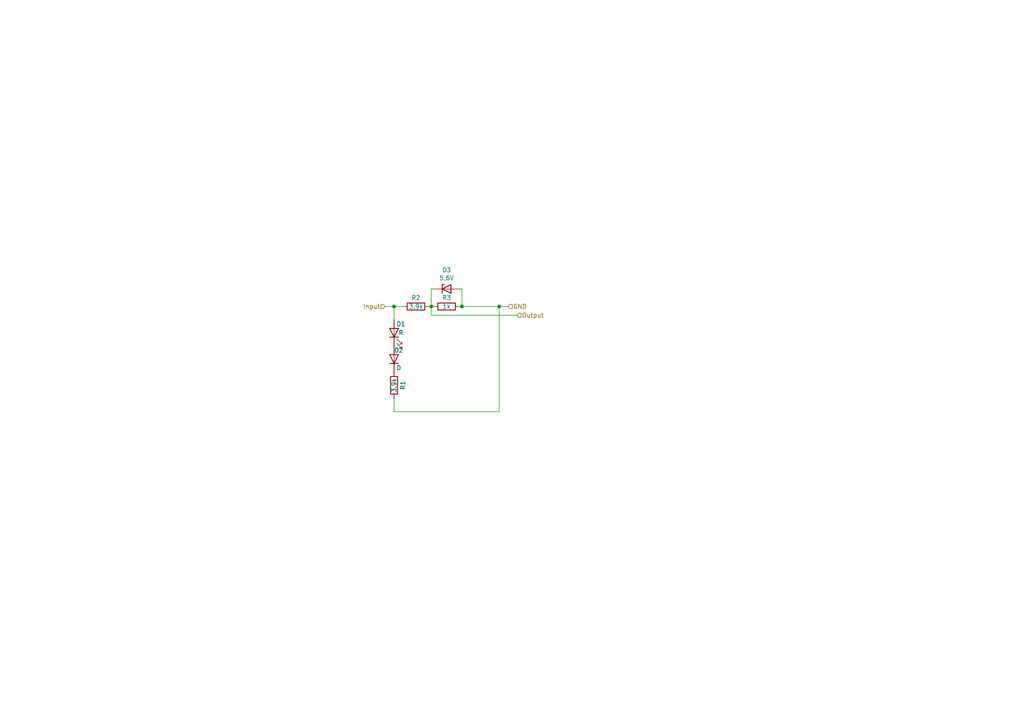
<source format=kicad_sch>
(kicad_sch (version 20211123) (generator eeschema)
  (paper "A4")
  (lib_symbols
    (symbol "Device:D" (pin_numbers hide) (pin_names (offset 1.016) hide)
      (property "Reference" "D" (at 0 2.54 0))
      (property "Value" "D" (at 0 -2.54 0))
      (symbol "D_0_1"
        (polyline (pts (xy -1.27 1.27) (xy -1.27 -1.27)) (stroke (width 0.254)))
        (polyline (pts (xy 1.27 0) (xy -1.27 0)))
        (polyline (pts (xy 1.27 1.27) (xy 1.27 -1.27) (xy -1.27 0) (xy 1.27 1.27)) (stroke (width 0.254)))
      )
      (symbol "D_1_1"
        (pin passive line (at -3.81 0 0) (length 2.54) (name "K") (number "1"))
        (pin passive line (at 3.81 0 180) (length 2.54) (name "A") (number "2"))
      )
    )
    (symbol "Device:D_Zener" (pin_numbers hide) (pin_names (offset 1.016) hide)
      (property "Reference" "D" (at 0 2.54 0))
      (property "Value" "D_Zener" (at 0 -2.54 0))
      (symbol "D_Zener_0_1"
        (polyline (pts (xy 1.27 0) (xy -1.27 0)))
        (polyline (pts (xy -1.27 -1.27) (xy -1.27 1.27) (xy -0.762 1.27)) (stroke (width 0.254)))
        (polyline (pts (xy 1.27 -1.27) (xy 1.27 1.27) (xy -1.27 0) (xy 1.27 -1.27)) (stroke (width 0.254)))
      )
      (symbol "D_Zener_1_1"
        (pin passive line (at -3.81 0 0) (length 2.54) (name "K") (number "1"))
        (pin passive line (at 3.81 0 180) (length 2.54) (name "A") (number "2"))
      )
    )
    (symbol "Device:LED" (pin_numbers hide) (pin_names (offset 1.016) hide)
      (property "Reference" "D" (at 0 2.54 0))
      (property "Value" "LED" (at 0 -2.54 0))
      (symbol "LED_0_1"
        (polyline (pts (xy -1.27 -1.27) (xy -1.27 1.27)) (stroke (width 0.254)))
        (polyline (pts (xy -1.27 0) (xy 1.27 0)))
        (polyline (pts (xy 1.27 -1.27) (xy 1.27 1.27) (xy -1.27 0) (xy 1.27 -1.27)) (stroke (width 0.254)))
        (polyline (pts (xy -3.048 -0.762) (xy -4.572 -2.286) (xy -3.81 -2.286) (xy -4.572 -2.286) (xy -4.572 -1.524)))
        (polyline (pts (xy -1.778 -0.762) (xy -3.302 -2.286) (xy -2.54 -2.286) (xy -3.302 -2.286) (xy -3.302 -1.524)))
      )
      (symbol "LED_1_1"
        (pin passive line (at -3.81 0 0) (length 2.54) (name "K") (number "1"))
        (pin passive line (at 3.81 0 180) (length 2.54) (name "A") (number "2"))
      )
    )
    (symbol "Device:R" (pin_numbers hide) (pin_names (offset 0))
      (property "Reference" "R" (at 2.032 0 90))
      (property "Value" "R" (at 0 0 90))
      (symbol "R_0_1"
        (rectangle (start -1.016 -2.54) (end 1.016 2.54) (stroke (width 0.254)))
      )
      (symbol "R_1_1"
        (pin passive line (at 0 3.81 270) (length 1.27) (name "~") (number "1"))
        (pin passive line (at 0 -3.81 90) (length 1.27) (name "~") (number "2"))
      )
    )
  )
  (junction (at 144.78 88.9))
  (junction (at 133.985 88.9))
  (junction (at 125.095 88.9))
  (junction (at 114.3 88.9))
  (wire (pts (xy 133.985 88.9) (xy 144.78 88.9)))
  (wire (pts (xy 125.095 88.9) (xy 125.095 83.82)))
  (wire (pts (xy 114.3 119.38) (xy 144.78 119.38)))
  (wire (pts (xy 133.985 83.82) (xy 133.985 88.9)))
  (wire (pts (xy 125.095 91.44) (xy 149.86 91.44)))
  (wire (pts (xy 124.46 88.9) (xy 125.095 88.9)))
  (wire (pts (xy 114.3 115.57) (xy 114.3 119.38)))
  (wire (pts (xy 114.3 88.9) (xy 114.3 92.71)))
  (wire (pts (xy 111.76 88.9) (xy 114.3 88.9)))
  (wire (pts (xy 133.35 88.9) (xy 133.985 88.9)))
  (wire (pts (xy 144.78 119.38) (xy 144.78 88.9)))
  (wire (pts (xy 125.095 83.82) (xy 125.73 83.82)))
  (wire (pts (xy 114.3 88.9) (xy 116.84 88.9)))
  (wire (pts (xy 133.35 83.82) (xy 133.985 83.82)))
  (wire (pts (xy 125.095 88.9) (xy 125.095 91.44)))
  (wire (pts (xy 144.78 88.9) (xy 147.32 88.9)))
  (wire (pts (xy 125.095 88.9) (xy 125.73 88.9)))
  (hierarchical_label "Output" (shape input) (at 149.86 91.44 0))
  (hierarchical_label "GND" (shape input) (at 147.32 88.9 0))
  (hierarchical_label "Input" (shape input) (at 111.76 88.9 180))
  (symbol (lib_id "Device:D") (at 114.3 104.14 90) (unit 1)
    (property "Reference" "D2" (at 114.3 101.6 90) (effects (justify right)))
    (property "Value" "D" (at 114.935 106.68 90) (effects (justify right)))
    (property "Footprint" "Diode_SMD:D_SOD-123F" (effects hide))
    (property "Datasheet" "SM4007PL" (effects hide))
    (property "LCSC" "C64898" (effects hide))
    (property "JLC" "SOD-123F" (effects hide))
  )
  (symbol (lib_id "Device:R") (at 114.3 111.76 180) (unit 1)
    (property "Reference" "R1" (at 116.84 111.76 90))
    (property "Value" "3.9k" (at 114.3 111.76 90))
    (property "Footprint" "Resistor_SMD:R_1812_4532Metric" (effects hide))
    (property "Datasheet" "CR1812J3K90E04Z" (effects hide))
    (property "LCSC" "C174870" (effects hide))
    (property "JLC" "1812" (effects hide))
  )
  (symbol (lib_id "Device:LED") (at 114.3 96.52 90) (unit 1)
    (property "Reference" "D1" (at 114.935 93.98 90) (effects (justify right)))
    (property "Value" "R" (at 115.57 96.52 90) (effects (justify right)))
    (property "Footprint" "Diode_SMD:D_0805_2012Metric" (effects hide))
    (property "Datasheet" "FC-2012HRK-620D" (effects hide))
    (property "LCSC" "C84256" (effects hide))
    (property "JLC" "0805" (effects hide))
  )
  (symbol (lib_id "Device:R") (at 120.65 88.9 270) (unit 1)
    (property "Reference" "R2" (at 120.65 86.36 90))
    (property "Value" "3.9k" (at 120.65 88.9 90))
    (property "Footprint" "Resistor_SMD:R_1812_4532Metric" (effects hide))
    (property "Datasheet" "CR1812J3K90E04Z" (effects hide))
    (property "LCSC" "C174870" (effects hide))
    (property "JLC" "1812" (effects hide))
  )
  (symbol (lib_id "Device:D_Zener") (at 129.54 83.82 0) (unit 1)
    (property "Reference" "D3" (at 129.54 78.3082 0))
    (property "Value" "5,6V" (at 129.54 80.6196 0))
    (property "Footprint" "Diode_SMD:D_MiniMELF" (effects hide))
    (property "Datasheet" "ZMM5V6" (effects hide))
    (property "LCSC" "C8062" (effects hide))
    (property "JLC" "LL-34" (effects hide))
  )
  (symbol (lib_id "Device:R") (at 129.54 88.9 270) (unit 1)
    (property "Reference" "R3" (at 129.54 86.36 90))
    (property "Value" "1k" (at 129.54 88.9 90))
    (property "Footprint" "Resistor_SMD:R_1812_4532Metric" (effects hide))
    (property "Datasheet" "181207F1001T4E" (effects hide))
    (property "LCSC" "C21618" (effects hide))
    (property "JLC" "1812" (effects hide))
  )
)
</source>
